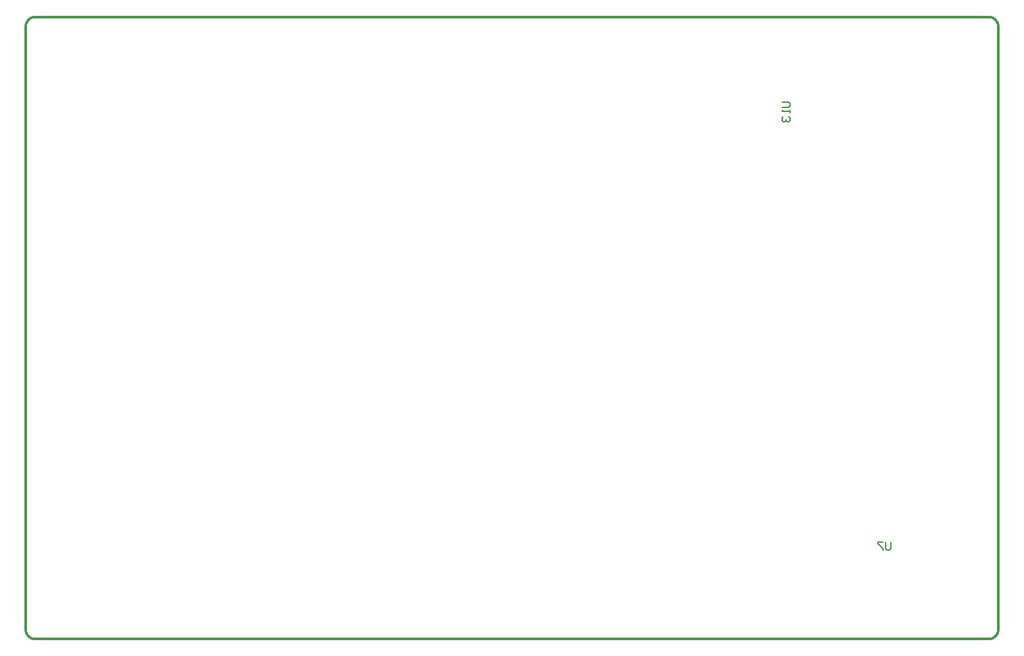
<source format=gm1>
G04*
G04 #@! TF.GenerationSoftware,Altium Limited,Altium Designer,23.10.1 (27)*
G04*
G04 Layer_Color=16711935*
%FSLAX44Y44*%
%MOMM*%
G71*
G04*
G04 #@! TF.SameCoordinates,1E8E639B-A9AB-46FE-9B68-82187C007E20*
G04*
G04*
G04 #@! TF.FilePolarity,Positive*
G04*
G01*
G75*
%ADD14C,0.3050*%
%ADD115C,0.1778*%
D14*
X432700Y1080000D02*
G03*
X420000Y1067300I0J-12700D01*
G01*
X1670000D02*
G03*
X1657300Y1080000I-12700J0D01*
G01*
Y280000D02*
G03*
X1670000Y292700I0J12700D01*
G01*
X420000D02*
G03*
X432700Y280000I12700J0D01*
G01*
X420000Y660000D02*
Y1067300D01*
X432700Y1080000D02*
X1657300D01*
X1670000Y292700D02*
Y1067300D01*
X432700Y280000D02*
X1657300D01*
X420000Y292700D02*
Y660000D01*
D115*
X1531740Y404827D02*
Y396363D01*
X1530047Y394670D01*
X1526662D01*
X1524969Y396363D01*
Y404827D01*
X1521583D02*
X1514812D01*
Y403134D01*
X1521583Y396363D01*
Y394670D01*
X1391923Y970280D02*
X1400387D01*
X1402080Y968587D01*
Y965202D01*
X1400387Y963509D01*
X1391923D01*
X1402080Y960123D02*
Y956738D01*
Y958430D01*
X1391923D01*
X1393616Y960123D01*
Y951659D02*
X1391923Y949967D01*
Y946581D01*
X1393616Y944888D01*
X1395309D01*
X1397002Y946581D01*
Y948274D01*
Y946581D01*
X1398694Y944888D01*
X1400387D01*
X1402080Y946581D01*
Y949967D01*
X1400387Y951659D01*
M02*

</source>
